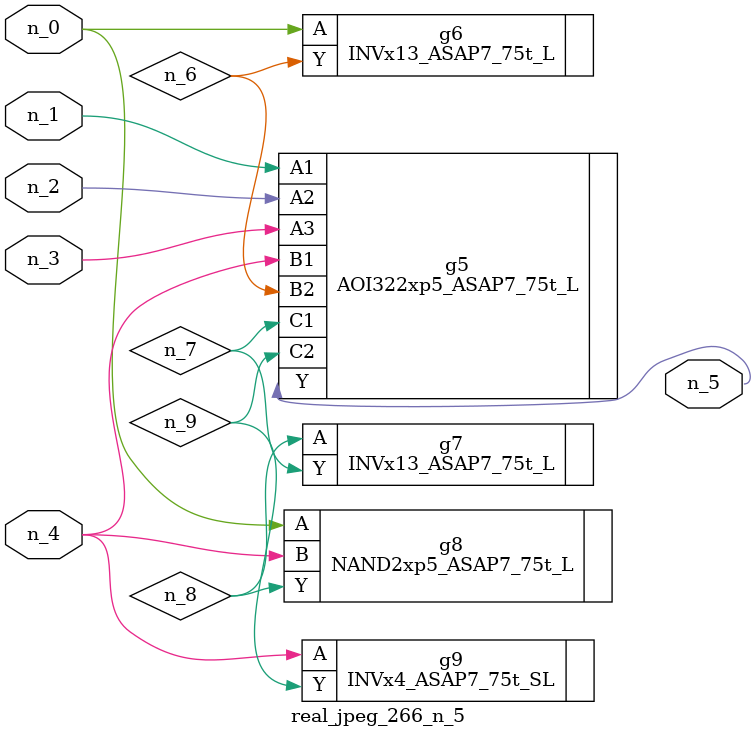
<source format=v>
module real_jpeg_266_n_5 (n_4, n_0, n_1, n_2, n_3, n_5);

input n_4;
input n_0;
input n_1;
input n_2;
input n_3;

output n_5;

wire n_8;
wire n_6;
wire n_7;
wire n_9;

INVx13_ASAP7_75t_L g6 ( 
.A(n_0),
.Y(n_6)
);

NAND2xp5_ASAP7_75t_L g8 ( 
.A(n_0),
.B(n_4),
.Y(n_8)
);

AOI322xp5_ASAP7_75t_L g5 ( 
.A1(n_1),
.A2(n_2),
.A3(n_3),
.B1(n_4),
.B2(n_6),
.C1(n_7),
.C2(n_9),
.Y(n_5)
);

INVx4_ASAP7_75t_SL g9 ( 
.A(n_4),
.Y(n_9)
);

INVx13_ASAP7_75t_L g7 ( 
.A(n_8),
.Y(n_7)
);


endmodule
</source>
